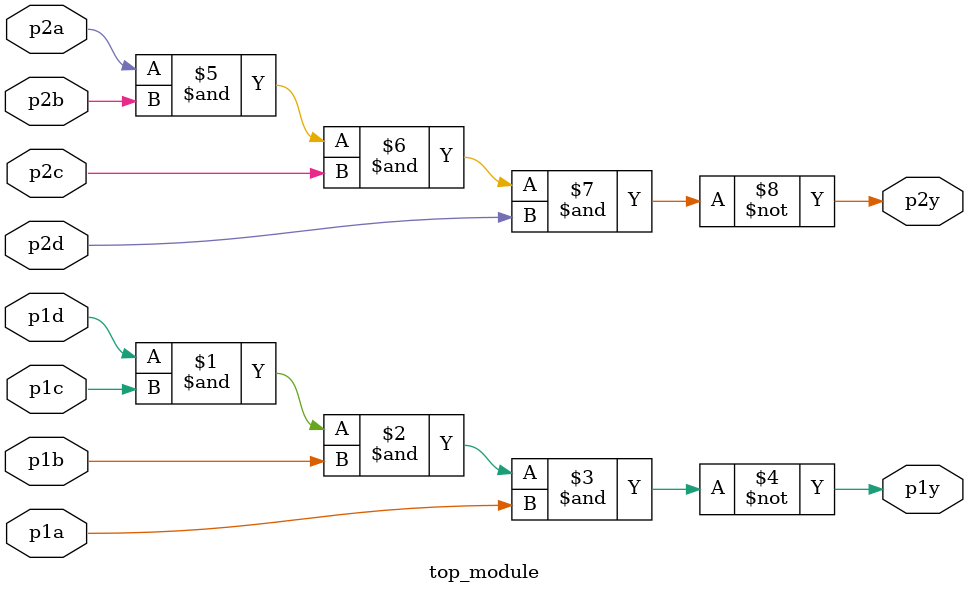
<source format=v>
module top_module ( 
    input p1a, p1b, p1c, p1d,
    output p1y,
    input p2a, p2b, p2c, p2d,
    output p2y );
    assign p1y = ~(p1d & p1c & p1b & p1a);
    assign p2y = ~(p2a & p2b & p2c & p2d);

endmodule

</source>
